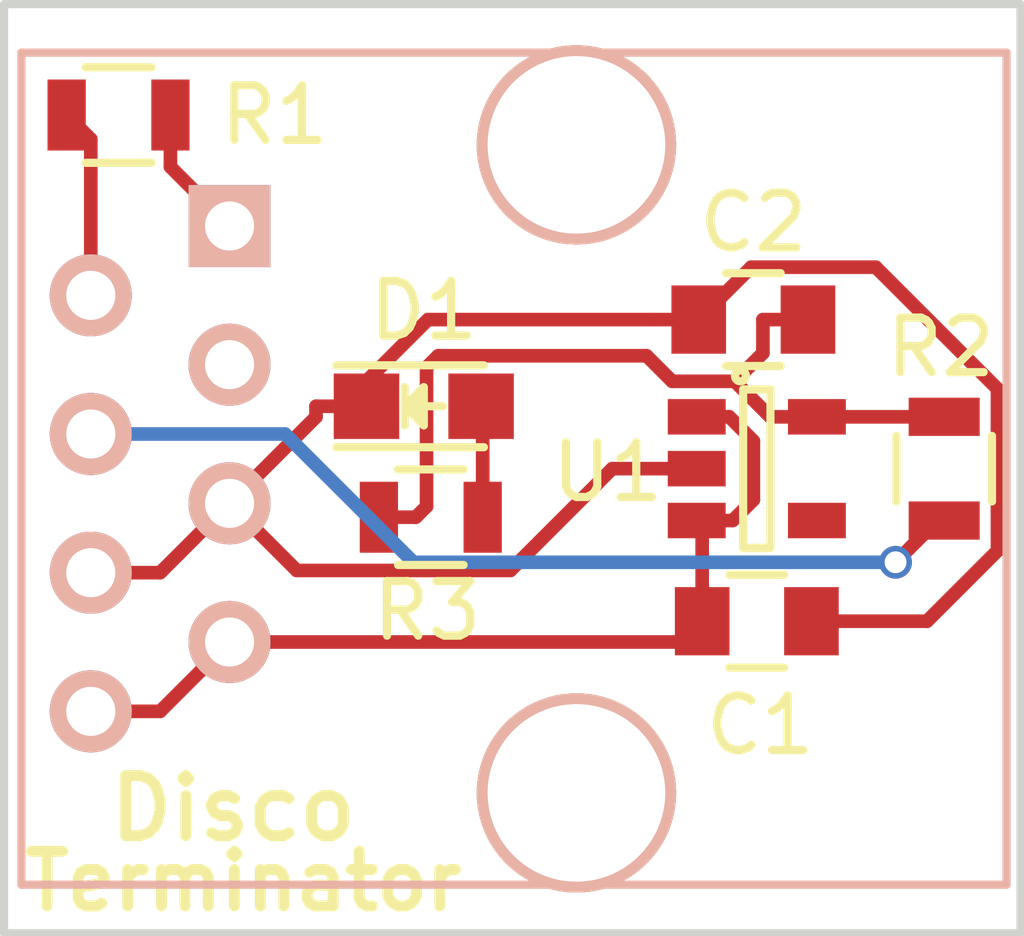
<source format=kicad_pcb>
(kicad_pcb (version 20171130) (host pcbnew "(5.1.12)-1")

  (general
    (thickness 1.6)
    (drawings 7)
    (tracks 58)
    (zones 0)
    (modules 8)
    (nets 10)
  )

  (page A4)
  (layers
    (0 F.Cu signal)
    (31 B.Cu signal hide)
    (32 B.Adhes user)
    (33 F.Adhes user)
    (34 B.Paste user)
    (35 F.Paste user)
    (36 B.SilkS user)
    (37 F.SilkS user)
    (38 B.Mask user)
    (39 F.Mask user)
    (40 Dwgs.User user)
    (41 Cmts.User user)
    (42 Eco1.User user)
    (43 Eco2.User user)
    (44 Edge.Cuts user)
    (45 Margin user)
    (46 B.CrtYd user)
    (47 F.CrtYd user)
    (48 B.Fab user)
    (49 F.Fab user)
  )

  (setup
    (last_trace_width 0.25)
    (trace_clearance 0.2)
    (zone_clearance 0.508)
    (zone_45_only no)
    (trace_min 0.2)
    (via_size 0.6)
    (via_drill 0.4)
    (via_min_size 0.4)
    (via_min_drill 0.3)
    (uvia_size 0.3)
    (uvia_drill 0.1)
    (uvias_allowed no)
    (uvia_min_size 0.2)
    (uvia_min_drill 0.1)
    (edge_width 0.15)
    (segment_width 0.2)
    (pcb_text_width 0.3)
    (pcb_text_size 1.5 1.5)
    (mod_edge_width 0.15)
    (mod_text_size 1 1)
    (mod_text_width 0.15)
    (pad_size 1.524 1.524)
    (pad_drill 0.762)
    (pad_to_mask_clearance 0.2)
    (aux_axis_origin 0 0)
    (visible_elements 7FFFFFFF)
    (pcbplotparams
      (layerselection 0x00030_80000001)
      (usegerberextensions false)
      (usegerberattributes true)
      (usegerberadvancedattributes true)
      (creategerberjobfile true)
      (excludeedgelayer true)
      (linewidth 0.100000)
      (plotframeref false)
      (viasonmask false)
      (mode 1)
      (useauxorigin false)
      (hpglpennumber 1)
      (hpglpenspeed 20)
      (hpglpendiameter 15.000000)
      (psnegative false)
      (psa4output false)
      (plotreference true)
      (plotvalue true)
      (plotinvisibletext false)
      (padsonsilk false)
      (subtractmaskfromsilk false)
      (outputformat 1)
      (mirror false)
      (drillshape 0)
      (scaleselection 1)
      (outputdirectory ""))
  )

  (net 0 "")
  (net 1 VCC)
  (net 2 GND)
  (net 3 +5V)
  (net 4 "Net-(J1-Pad2)")
  (net 5 "Net-(J1-Pad1)")
  (net 6 "Net-(J1-Pad4)")
  (net 7 "Net-(U1-Pad4)")
  (net 8 "Net-(J1-Pad3)")
  (net 9 "Net-(D1-Pad2)")

  (net_class Default "This is the default net class."
    (clearance 0.2)
    (trace_width 0.25)
    (via_dia 0.6)
    (via_drill 0.4)
    (uvia_dia 0.3)
    (uvia_drill 0.1)
    (add_net +5V)
    (add_net GND)
    (add_net "Net-(D1-Pad2)")
    (add_net "Net-(J1-Pad1)")
    (add_net "Net-(J1-Pad2)")
    (add_net "Net-(J1-Pad3)")
    (add_net "Net-(J1-Pad4)")
    (add_net "Net-(U1-Pad4)")
    (add_net VCC)
  )

  (module Capacitors_SMD:C_0805 (layer F.Cu) (tedit 576A4FC6) (tstamp 576A4C6E)
    (at 161.48 94.5515)
    (descr "Capacitor SMD 0805, reflow soldering, AVX (see smccp.pdf)")
    (tags "capacitor 0805")
    (path /576A5048)
    (attr smd)
    (fp_text reference C1 (at 0.0635 1.905) (layer F.SilkS)
      (effects (font (size 1 1) (thickness 0.15)))
    )
    (fp_text value 1.0uF (at 0 2.1) (layer F.Fab) hide
      (effects (font (size 1 1) (thickness 0.15)))
    )
    (fp_line (start -0.5 0.85) (end 0.5 0.85) (layer F.SilkS) (width 0.15))
    (fp_line (start 0.5 -0.85) (end -0.5 -0.85) (layer F.SilkS) (width 0.15))
    (fp_line (start 1.8 -1) (end 1.8 1) (layer F.CrtYd) (width 0.05))
    (fp_line (start -1.8 -1) (end -1.8 1) (layer F.CrtYd) (width 0.05))
    (fp_line (start -1.8 1) (end 1.8 1) (layer F.CrtYd) (width 0.05))
    (fp_line (start -1.8 -1) (end 1.8 -1) (layer F.CrtYd) (width 0.05))
    (pad 1 smd rect (at -1 0) (size 1 1.25) (layers F.Cu F.Paste F.Mask)
      (net 1 VCC))
    (pad 2 smd rect (at 1 0) (size 1 1.25) (layers F.Cu F.Paste F.Mask)
      (net 2 GND))
    (model Capacitors_SMD.3dshapes/C_0805.wrl
      (at (xyz 0 0 0))
      (scale (xyz 1 1 1))
      (rotate (xyz 0 0 0))
    )
  )

  (module Capacitors_SMD:C_0805 (layer F.Cu) (tedit 576A4FE7) (tstamp 576A4C7A)
    (at 161.417 89.027 180)
    (descr "Capacitor SMD 0805, reflow soldering, AVX (see smccp.pdf)")
    (tags "capacitor 0805")
    (path /576A5079)
    (attr smd)
    (fp_text reference C2 (at 0 1.778 180) (layer F.SilkS)
      (effects (font (size 1 1) (thickness 0.15)))
    )
    (fp_text value 2.2uF (at 0 2.1 180) (layer F.Fab) hide
      (effects (font (size 1 1) (thickness 0.15)))
    )
    (fp_line (start -0.5 0.85) (end 0.5 0.85) (layer F.SilkS) (width 0.15))
    (fp_line (start 0.5 -0.85) (end -0.5 -0.85) (layer F.SilkS) (width 0.15))
    (fp_line (start 1.8 -1) (end 1.8 1) (layer F.CrtYd) (width 0.05))
    (fp_line (start -1.8 -1) (end -1.8 1) (layer F.CrtYd) (width 0.05))
    (fp_line (start -1.8 1) (end 1.8 1) (layer F.CrtYd) (width 0.05))
    (fp_line (start -1.8 -1) (end 1.8 -1) (layer F.CrtYd) (width 0.05))
    (pad 1 smd rect (at -1 0 180) (size 1 1.25) (layers F.Cu F.Paste F.Mask)
      (net 3 +5V))
    (pad 2 smd rect (at 1 0 180) (size 1 1.25) (layers F.Cu F.Paste F.Mask)
      (net 2 GND))
    (model Capacitors_SMD.3dshapes/C_0805.wrl
      (at (xyz 0 0 0))
      (scale (xyz 1 1 1))
      (rotate (xyz 0 0 0))
    )
  )

  (module Resistors_SMD:R_0805 (layer F.Cu) (tedit 576A50DC) (tstamp 576A4C86)
    (at 149.796 85.2805)
    (descr "Resistor SMD 0805, reflow soldering, Vishay (see dcrcw.pdf)")
    (tags "resistor 0805")
    (path /576A4B80)
    (attr smd)
    (fp_text reference R1 (at 2.8575 0) (layer F.SilkS)
      (effects (font (size 1 1) (thickness 0.15)))
    )
    (fp_text value 120 (at 0 2.1) (layer F.Fab) hide
      (effects (font (size 1 1) (thickness 0.15)))
    )
    (fp_line (start -0.6 -0.875) (end 0.6 -0.875) (layer F.SilkS) (width 0.15))
    (fp_line (start 0.6 0.875) (end -0.6 0.875) (layer F.SilkS) (width 0.15))
    (fp_line (start 1.6 -1) (end 1.6 1) (layer F.CrtYd) (width 0.05))
    (fp_line (start -1.6 -1) (end -1.6 1) (layer F.CrtYd) (width 0.05))
    (fp_line (start -1.6 1) (end 1.6 1) (layer F.CrtYd) (width 0.05))
    (fp_line (start -1.6 -1) (end 1.6 -1) (layer F.CrtYd) (width 0.05))
    (pad 1 smd rect (at -0.95 0) (size 0.7 1.3) (layers F.Cu F.Paste F.Mask)
      (net 4 "Net-(J1-Pad2)"))
    (pad 2 smd rect (at 0.95 0) (size 0.7 1.3) (layers F.Cu F.Paste F.Mask)
      (net 5 "Net-(J1-Pad1)"))
    (model Resistors_SMD.3dshapes/R_0805.wrl
      (at (xyz 0 0 0))
      (scale (xyz 1 1 1))
      (rotate (xyz 0 0 0))
    )
  )

  (module Resistors_SMD:R_0805 (layer F.Cu) (tedit 576A50C5) (tstamp 576A4C92)
    (at 164.91 91.7575 270)
    (descr "Resistor SMD 0805, reflow soldering, Vishay (see dcrcw.pdf)")
    (tags "resistor 0805")
    (path /576A5325)
    (attr smd)
    (fp_text reference R2 (at -2.2225 0.0635) (layer F.SilkS)
      (effects (font (size 1 1) (thickness 0.15)))
    )
    (fp_text value 20k (at 0 2.1 270) (layer F.Fab) hide
      (effects (font (size 1 1) (thickness 0.15)))
    )
    (fp_line (start -0.6 -0.875) (end 0.6 -0.875) (layer F.SilkS) (width 0.15))
    (fp_line (start 0.6 0.875) (end -0.6 0.875) (layer F.SilkS) (width 0.15))
    (fp_line (start 1.6 -1) (end 1.6 1) (layer F.CrtYd) (width 0.05))
    (fp_line (start -1.6 -1) (end -1.6 1) (layer F.CrtYd) (width 0.05))
    (fp_line (start -1.6 1) (end 1.6 1) (layer F.CrtYd) (width 0.05))
    (fp_line (start -1.6 -1) (end 1.6 -1) (layer F.CrtYd) (width 0.05))
    (pad 1 smd rect (at -0.95 0 270) (size 0.7 1.3) (layers F.Cu F.Paste F.Mask)
      (net 3 +5V))
    (pad 2 smd rect (at 0.95 0 270) (size 0.7 1.3) (layers F.Cu F.Paste F.Mask)
      (net 6 "Net-(J1-Pad4)"))
    (model Resistors_SMD.3dshapes/R_0805.wrl
      (at (xyz 0 0 0))
      (scale (xyz 1 1 1))
      (rotate (xyz 0 0 0))
    )
  )

  (module TO_SOT_Packages_SMD:SOT-23-5 (layer F.Cu) (tedit 576A5106) (tstamp 576A4CA4)
    (at 161.48 91.7575)
    (descr "5-pin SOT23 package")
    (tags SOT-23-5)
    (path /576A4D98)
    (attr smd)
    (fp_text reference U1 (at -2.7305 0.0635) (layer F.SilkS)
      (effects (font (size 1 1) (thickness 0.15)))
    )
    (fp_text value AP2204K-5.0TRG1 (at -0.05 2.35) (layer F.Fab) hide
      (effects (font (size 1 1) (thickness 0.15)))
    )
    (fp_circle (center -0.3 -1.7) (end -0.2 -1.7) (layer F.SilkS) (width 0.15))
    (fp_line (start -0.25 -1.45) (end -0.25 1.45) (layer F.SilkS) (width 0.15))
    (fp_line (start -0.25 1.45) (end 0.25 1.45) (layer F.SilkS) (width 0.15))
    (fp_line (start 0.25 1.45) (end 0.25 -1.45) (layer F.SilkS) (width 0.15))
    (fp_line (start 0.25 -1.45) (end -0.25 -1.45) (layer F.SilkS) (width 0.15))
    (fp_line (start -1.8 1.6) (end -1.8 -1.6) (layer F.CrtYd) (width 0.05))
    (fp_line (start 1.8 1.6) (end -1.8 1.6) (layer F.CrtYd) (width 0.05))
    (fp_line (start 1.8 -1.6) (end 1.8 1.6) (layer F.CrtYd) (width 0.05))
    (fp_line (start -1.8 -1.6) (end 1.8 -1.6) (layer F.CrtYd) (width 0.05))
    (pad 1 smd rect (at -1.1 -0.95) (size 1.06 0.65) (layers F.Cu F.Paste F.Mask)
      (net 1 VCC))
    (pad 2 smd rect (at -1.1 0) (size 1.06 0.65) (layers F.Cu F.Paste F.Mask)
      (net 2 GND))
    (pad 3 smd rect (at -1.1 0.95) (size 1.06 0.65) (layers F.Cu F.Paste F.Mask)
      (net 1 VCC))
    (pad 4 smd rect (at 1.1 0.95) (size 1.06 0.65) (layers F.Cu F.Paste F.Mask)
      (net 7 "Net-(U1-Pad4)"))
    (pad 5 smd rect (at 1.1 -0.95) (size 1.06 0.65) (layers F.Cu F.Paste F.Mask)
      (net 3 +5V))
    (model TO_SOT_Packages_SMD.3dshapes/SOT-23-5.wrl
      (at (xyz 0 0 0))
      (scale (xyz 1 1 1))
      (rotate (xyz 0 0 0))
    )
  )

  (module Connect:RJ45_8 locked (layer B.Cu) (tedit 576A4EDB) (tstamp 576A4DFA)
    (at 158.178 91.7575 270)
    (tags RJ45)
    (path /576A48DA)
    (fp_text reference J1 (at 0.254 -4.826 270) (layer B.SilkS) hide
      (effects (font (size 1 1) (thickness 0.15)) (justify mirror))
    )
    (fp_text value RJ45 (at 0.14224 0.1016 270) (layer B.Fab) hide
      (effects (font (size 1 1) (thickness 0.15)) (justify mirror))
    )
    (fp_line (start -7.62 10.16) (end -7.62 -7.874) (layer B.SilkS) (width 0.15))
    (fp_line (start 7.62 10.16) (end -7.62 10.16) (layer B.SilkS) (width 0.15))
    (fp_line (start 7.62 -7.874) (end 7.62 10.16) (layer B.SilkS) (width 0.15))
    (fp_line (start -7.62 -7.874) (end 7.62 -7.874) (layer B.SilkS) (width 0.15))
    (pad Hole np_thru_hole circle (at 5.93852 0 270) (size 3.64998 3.64998) (drill 3.2512) (layers *.Cu *.SilkS *.Mask))
    (pad Hole np_thru_hole circle (at -5.9309 0 270) (size 3.64998 3.64998) (drill 3.2512) (layers *.Cu *.SilkS *.Mask))
    (pad 1 thru_hole rect (at -4.445 6.35 270) (size 1.50114 1.50114) (drill 0.89916) (layers *.Cu *.Mask B.SilkS)
      (net 5 "Net-(J1-Pad1)"))
    (pad 2 thru_hole circle (at -3.175 8.89 270) (size 1.50114 1.50114) (drill 0.89916) (layers *.Cu *.Mask B.SilkS)
      (net 4 "Net-(J1-Pad2)"))
    (pad 3 thru_hole circle (at -1.905 6.35 270) (size 1.50114 1.50114) (drill 0.89916) (layers *.Cu *.Mask B.SilkS)
      (net 8 "Net-(J1-Pad3)"))
    (pad 4 thru_hole circle (at -0.635 8.89 270) (size 1.50114 1.50114) (drill 0.89916) (layers *.Cu *.Mask B.SilkS)
      (net 6 "Net-(J1-Pad4)"))
    (pad 5 thru_hole circle (at 0.635 6.35 270) (size 1.50114 1.50114) (drill 0.89916) (layers *.Cu *.Mask B.SilkS)
      (net 2 GND))
    (pad 6 thru_hole circle (at 1.905 8.89 270) (size 1.50114 1.50114) (drill 0.89916) (layers *.Cu *.Mask B.SilkS)
      (net 2 GND))
    (pad 7 thru_hole circle (at 3.175 6.35 270) (size 1.50114 1.50114) (drill 0.89916) (layers *.Cu *.Mask B.SilkS)
      (net 1 VCC))
    (pad 8 thru_hole circle (at 4.445 8.89 270) (size 1.50114 1.50114) (drill 0.89916) (layers *.Cu *.Mask B.SilkS)
      (net 1 VCC))
    (model Connect.3dshapes/RJ45_8.wrl
      (at (xyz 0 0 0))
      (scale (xyz 0.4 0.4 0.4))
      (rotate (xyz 0 0 0))
    )
  )

  (module LEDs:LED_0805 (layer F.Cu) (tedit 576A5091) (tstamp 576A4E55)
    (at 155.384 90.6145)
    (descr "LED 0805 smd package")
    (tags "LED 0805 SMD")
    (path /576A5B0C)
    (attr smd)
    (fp_text reference D1 (at 0 -1.75) (layer F.SilkS)
      (effects (font (size 1 1) (thickness 0.15)))
    )
    (fp_text value LED (at 0 1.75) (layer F.Fab) hide
      (effects (font (size 1 1) (thickness 0.15)))
    )
    (fp_line (start -1.9 -0.95) (end 1.9 -0.95) (layer F.CrtYd) (width 0.05))
    (fp_line (start -1.9 0.95) (end -1.9 -0.95) (layer F.CrtYd) (width 0.05))
    (fp_line (start 1.9 0.95) (end -1.9 0.95) (layer F.CrtYd) (width 0.05))
    (fp_line (start 1.9 -0.95) (end 1.9 0.95) (layer F.CrtYd) (width 0.05))
    (fp_line (start 0 0.35) (end -0.35 0) (layer F.SilkS) (width 0.15))
    (fp_line (start 0 -0.35) (end 0 0.35) (layer F.SilkS) (width 0.15))
    (fp_line (start -0.35 0) (end 0 -0.35) (layer F.SilkS) (width 0.15))
    (fp_line (start 0 0) (end 0.35 0) (layer F.SilkS) (width 0.15))
    (fp_line (start -0.35 -0.35) (end -0.35 0.35) (layer F.SilkS) (width 0.15))
    (fp_line (start -0.1 -0.1) (end -0.25 0.05) (layer F.SilkS) (width 0.15))
    (fp_line (start -0.1 0.15) (end -0.1 -0.1) (layer F.SilkS) (width 0.15))
    (fp_line (start -1.6 -0.75) (end 1.1 -0.75) (layer F.SilkS) (width 0.15))
    (fp_line (start -1.6 0.75) (end 1.1 0.75) (layer F.SilkS) (width 0.15))
    (pad 2 smd rect (at 1.04902 0 180) (size 1.19888 1.19888) (layers F.Cu F.Paste F.Mask)
      (net 9 "Net-(D1-Pad2)"))
    (pad 1 smd rect (at -1.04902 0 180) (size 1.19888 1.19888) (layers F.Cu F.Paste F.Mask)
      (net 2 GND))
    (model LEDs.3dshapes/LED_0805.wrl
      (at (xyz 0 0 0))
      (scale (xyz 1 1 1))
      (rotate (xyz 0 0 0))
    )
  )

  (module Resistors_SMD:R_0805 (layer F.Cu) (tedit 576A51C3) (tstamp 576A4E61)
    (at 155.512 92.6465)
    (descr "Resistor SMD 0805, reflow soldering, Vishay (see dcrcw.pdf)")
    (tags "resistor 0805")
    (path /576A5B80)
    (attr smd)
    (fp_text reference R3 (at -0.0635 1.7145) (layer F.SilkS)
      (effects (font (size 1 1) (thickness 0.15)))
    )
    (fp_text value 200 (at 0 2.1) (layer F.Fab) hide
      (effects (font (size 1 1) (thickness 0.15)))
    )
    (fp_line (start -0.6 -0.875) (end 0.6 -0.875) (layer F.SilkS) (width 0.15))
    (fp_line (start 0.6 0.875) (end -0.6 0.875) (layer F.SilkS) (width 0.15))
    (fp_line (start 1.6 -1) (end 1.6 1) (layer F.CrtYd) (width 0.05))
    (fp_line (start -1.6 -1) (end -1.6 1) (layer F.CrtYd) (width 0.05))
    (fp_line (start -1.6 1) (end 1.6 1) (layer F.CrtYd) (width 0.05))
    (fp_line (start -1.6 -1) (end 1.6 -1) (layer F.CrtYd) (width 0.05))
    (pad 1 smd rect (at -0.95 0) (size 0.7 1.3) (layers F.Cu F.Paste F.Mask)
      (net 3 +5V))
    (pad 2 smd rect (at 0.95 0) (size 0.7 1.3) (layers F.Cu F.Paste F.Mask)
      (net 9 "Net-(D1-Pad2)"))
    (model Resistors_SMD.3dshapes/R_0805.wrl
      (at (xyz 0 0 0))
      (scale (xyz 1 1 1))
      (rotate (xyz 0 0 0))
    )
  )

  (gr_text Terminator (at 152.0825 99.314) (layer F.SilkS)
    (effects (font (size 1 1) (thickness 0.2)))
  )
  (gr_text Disco (at 151.892 97.9805) (layer F.SilkS)
    (effects (font (size 1.1 1.1) (thickness 0.2)))
  )
  (gr_line (start 147.701 83.2485) (end 147.828 83.2485) (angle 90) (layer Edge.Cuts) (width 0.15))
  (gr_line (start 147.701 100.2665) (end 147.701 83.2485) (angle 90) (layer Edge.Cuts) (width 0.15))
  (gr_line (start 166.3065 100.2665) (end 147.701 100.2665) (angle 90) (layer Edge.Cuts) (width 0.15))
  (gr_line (start 166.3065 83.2485) (end 166.3065 100.2665) (angle 90) (layer Edge.Cuts) (width 0.15))
  (gr_line (start 147.828 83.2485) (end 166.3065 83.2485) (angle 90) (layer Edge.Cuts) (width 0.15))

  (segment (start 151.828 94.9325) (end 160.1 94.9325) (width 0.25) (layer F.Cu) (net 1))
  (segment (start 160.1 94.9325) (end 160.48 94.5515) (width 0.25) (layer F.Cu) (net 1))
  (segment (start 149.288 96.2025) (end 150.558 96.2025) (width 0.25) (layer F.Cu) (net 1))
  (segment (start 150.558 96.2025) (end 151.828 94.9325) (width 0.25) (layer F.Cu) (net 1))
  (segment (start 160.48 94.5515) (end 160.48 92.8075) (width 0.25) (layer F.Cu) (net 1))
  (segment (start 160.48 92.8075) (end 160.38 92.7075) (width 0.25) (layer F.Cu) (net 1))
  (segment (start 160.38 92.7075) (end 161.038 92.7075) (width 0.25) (layer F.Cu) (net 1))
  (segment (start 161.038 92.7075) (end 161.417 92.329) (width 0.25) (layer F.Cu) (net 1))
  (segment (start 161.417 92.329) (end 161.417 91.2495) (width 0.25) (layer F.Cu) (net 1))
  (segment (start 161.417 91.2495) (end 160.975 90.8075) (width 0.25) (layer F.Cu) (net 1))
  (segment (start 160.975 90.8075) (end 160.38 90.8075) (width 0.25) (layer F.Cu) (net 1))
  (segment (start 162.48 94.5515) (end 164.5949 94.5515) (width 0.25) (layer F.Cu) (net 2))
  (segment (start 164.5949 94.5515) (end 165.8852 93.2612) (width 0.25) (layer F.Cu) (net 2))
  (segment (start 165.8852 93.2612) (end 165.8852 90.2947) (width 0.25) (layer F.Cu) (net 2))
  (segment (start 165.8852 90.2947) (end 163.6579 88.0674) (width 0.25) (layer F.Cu) (net 2))
  (segment (start 163.6579 88.0674) (end 161.3766 88.0674) (width 0.25) (layer F.Cu) (net 2))
  (segment (start 161.3766 88.0674) (end 160.417 89.027) (width 0.25) (layer F.Cu) (net 2))
  (segment (start 151.828 92.3925) (end 153.0572 93.6217) (width 0.25) (layer F.Cu) (net 2))
  (segment (start 153.0572 93.6217) (end 156.9691 93.6217) (width 0.25) (layer F.Cu) (net 2))
  (segment (start 156.9691 93.6217) (end 158.8333 91.7575) (width 0.25) (layer F.Cu) (net 2))
  (segment (start 158.8333 91.7575) (end 160.38 91.7575) (width 0.25) (layer F.Cu) (net 2))
  (segment (start 149.288 93.6625) (end 150.558 93.6625) (width 0.25) (layer F.Cu) (net 2))
  (segment (start 150.558 93.6625) (end 151.828 92.3925) (width 0.25) (layer F.Cu) (net 2))
  (segment (start 153.8728 90.6145) (end 155.4603 89.027) (width 0.25) (layer F.Cu) (net 2))
  (segment (start 155.4603 89.027) (end 159.5919 89.027) (width 0.25) (layer F.Cu) (net 2))
  (segment (start 160.417 89.027) (end 159.5919 89.027) (width 0.25) (layer F.Cu) (net 2))
  (segment (start 153.8728 90.6145) (end 153.4105 90.6145) (width 0.25) (layer F.Cu) (net 2))
  (segment (start 154.335 90.6145) (end 153.8728 90.6145) (width 0.25) (layer F.Cu) (net 2))
  (segment (start 153.4105 90.6145) (end 153.4105 90.81) (width 0.25) (layer F.Cu) (net 2))
  (segment (start 153.4105 90.81) (end 151.828 92.3925) (width 0.25) (layer F.Cu) (net 2))
  (segment (start 162.417 89.027) (end 161.5919 89.027) (width 0.25) (layer F.Cu) (net 3))
  (segment (start 161.0748 90.1574) (end 161.5919 89.6403) (width 0.25) (layer F.Cu) (net 3))
  (segment (start 161.5919 89.6403) (end 161.5919 89.027) (width 0.25) (layer F.Cu) (net 3))
  (segment (start 161.0748 90.1574) (end 161.7249 90.8075) (width 0.25) (layer F.Cu) (net 3))
  (segment (start 155.2371 92.6465) (end 155.4341 92.4495) (width 0.25) (layer F.Cu) (net 3))
  (segment (start 155.4341 92.4495) (end 155.4341 89.9022) (width 0.25) (layer F.Cu) (net 3))
  (segment (start 155.4341 89.9022) (end 155.6464 89.6899) (width 0.25) (layer F.Cu) (net 3))
  (segment (start 155.6464 89.6899) (end 159.4626 89.6899) (width 0.25) (layer F.Cu) (net 3))
  (segment (start 159.4626 89.6899) (end 159.9301 90.1574) (width 0.25) (layer F.Cu) (net 3))
  (segment (start 159.9301 90.1574) (end 161.0748 90.1574) (width 0.25) (layer F.Cu) (net 3))
  (segment (start 162.58 90.8075) (end 161.7249 90.8075) (width 0.25) (layer F.Cu) (net 3))
  (segment (start 154.562 92.6465) (end 155.2371 92.6465) (width 0.25) (layer F.Cu) (net 3))
  (segment (start 162.58 90.8075) (end 164.91 90.8075) (width 0.25) (layer F.Cu) (net 3))
  (segment (start 149.288 88.5825) (end 149.288 85.7225) (width 0.25) (layer F.Cu) (net 4))
  (segment (start 149.288 85.7225) (end 148.846 85.2805) (width 0.25) (layer F.Cu) (net 4))
  (segment (start 150.746 85.2805) (end 150.746 86.2305) (width 0.25) (layer F.Cu) (net 5))
  (segment (start 150.746 86.2305) (end 151.828 87.3125) (width 0.25) (layer F.Cu) (net 5))
  (segment (start 164.91 92.7075) (end 164.785 92.7075) (width 0.25) (layer F.Cu) (net 6))
  (segment (start 164.785 92.7075) (end 164.02 93.472) (width 0.25) (layer F.Cu) (net 6))
  (segment (start 164.02 93.472) (end 155.194 93.472) (width 0.25) (layer B.Cu) (net 6))
  (segment (start 155.194 93.472) (end 152.844 91.1225) (width 0.25) (layer B.Cu) (net 6))
  (segment (start 152.844 91.1225) (end 149.288 91.1225) (width 0.25) (layer B.Cu) (net 6))
  (via (at 164.02 93.472) (size 0.6) (layers F.Cu B.Cu) (net 6))
  (segment (start 156.448 90.6285) (end 156.447 90.6285) (width 0.25) (layer F.Cu) (net 9))
  (segment (start 156.447 90.6285) (end 156.433 90.6145) (width 0.25) (layer F.Cu) (net 9))
  (segment (start 156.448 90.6285) (end 156.434 90.6145) (width 0.25) (layer F.Cu) (net 9))
  (segment (start 156.462 92.6465) (end 156.462 90.6425) (width 0.25) (layer F.Cu) (net 9))
  (segment (start 156.462 90.6425) (end 156.448 90.6285) (width 0.25) (layer F.Cu) (net 9))

)

</source>
